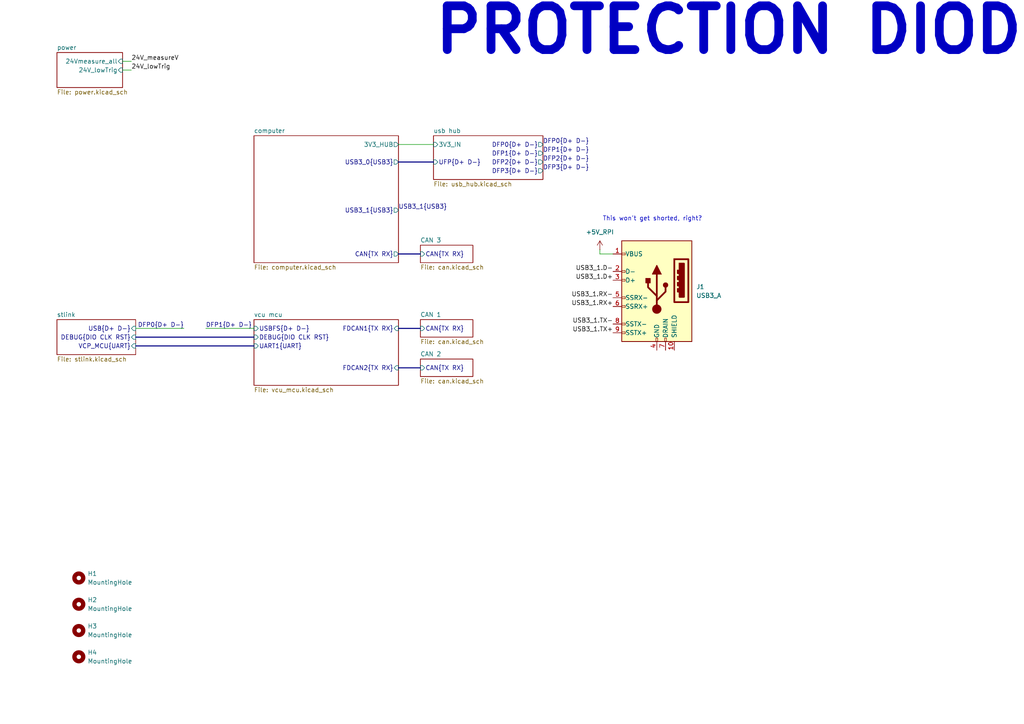
<source format=kicad_sch>
(kicad_sch (version 20250114) (generator "eeschema") (generator_version "9.0")
  (paper "A4")
  (title_block (title "VCU") (date "2025-06-29") (rev "4.0") (company "NTURacing") (comment 1 "Jerrymk, 郭哲明 Jack Kuo, ML Tsou") (comment 2 "Electrical group"))
  (lib_symbols
    (symbol "Connector:USB3_A" (pin_names (offset 1.016))
      (property "Reference" "J" (at -10.16 15.24 0))
      (property "Value" "USB3_A" (at 10.16 15.24 0))
      (symbol "USB3_A_0_0"
        (rectangle (start -9.144 8.636) (end -5.08 -3.81) (stroke (width 0.508)))
        (rectangle (start -7.874 7.366) (end -6.604 -2.286) (stroke (width 0.508)) (fill (type outline)))
        (rectangle (start -6.35 5.334) (end -6.096 4.572) (stroke (width 0.508)))
        (rectangle (start -6.35 3.556) (end -6.096 2.794) (stroke (width 0.508)))
        (rectangle (start -6.35 1.778) (end -6.096 1.016) (stroke (width 0.508)))
        (rectangle (start -6.35 0) (end -6.096 -0.762) (stroke (width 0.508)))
        (rectangle (start -2.794 -15.24) (end -2.286 -14.224))
        (rectangle (start -0.254 -15.24) (end 0.254 -14.224))
        (rectangle (start 10.16 10.414) (end 9.144 9.906))
        (rectangle (start 10.16 5.334) (end 9.144 4.826))
        (rectangle (start 10.16 2.794) (end 9.144 2.286))
        (rectangle (start 10.16 -2.286) (end 9.144 -2.794))
        (rectangle (start 10.16 -4.826) (end 9.144 -5.334))
        (rectangle (start 10.16 -9.906) (end 9.144 -10.414))
        (rectangle (start 10.16 -12.446) (end 9.144 -12.954))
      )
      (symbol "USB3_A_0_1"
        (rectangle (start -10.16 13.97) (end 10.16 -15.24) (stroke (width 0.254)) (fill (type background)))
      )
      (symbol "USB3_A_1_1"
        (circle (center -2.54 1.143) (radius 0.635) (stroke (width 0.254)) (fill (type outline)))
        (polyline (pts (xy -1.27 4.318) (xy 0 6.858) (xy 1.27 4.318) (xy -1.27 4.318)) (stroke (width 0.254)) (fill (type outline)))
        (polyline (pts (xy 0 -2.032) (xy 2.54 0.508) (xy 2.54 1.778)) (stroke (width 0.508)))
        (polyline (pts (xy 0 -3.302) (xy -2.54 -0.762) (xy -2.54 0.508)) (stroke (width 0.508)))
        (polyline (pts (xy 0 -5.842) (xy 0 4.318)) (stroke (width 0.508)))
        (circle (center 0 -5.842) (radius 1.27) (fill (type outline)))
        (rectangle (start 1.905 1.778) (end 3.175 3.048) (stroke (width 0.254)) (fill (type outline)))
        (pin passive line (at -5.08 -17.78 90) (length 2.54) (name "SHIELD") (number "10"))
        (pin passive line (at -2.54 -17.78 90) (length 2.54) (name "DRAIN") (number "7"))
        (pin power_in line (at 0 -17.78 90) (length 2.54) (name "GND") (number "4"))
        (pin power_in line (at 12.7 10.16 180) (length 2.54) (name "VBUS") (number "1"))
        (pin bidirectional line (at 12.7 5.08 180) (length 2.54) (name "D-") (number "2"))
        (pin bidirectional line (at 12.7 2.54 180) (length 2.54) (name "D+") (number "3"))
        (pin output line (at 12.7 -2.54 180) (length 2.54) (name "SSRX-") (number "5"))
        (pin output line (at 12.7 -5.08 180) (length 2.54) (name "SSRX+") (number "6"))
        (pin input line (at 12.7 -10.16 180) (length 2.54) (name "SSTX-") (number "8"))
        (pin input line (at 12.7 -12.7 180) (length 2.54) (name "SSTX+") (number "9"))
      )
    )
    (symbol "Mechanical:MountingHole" (pin_names (offset 1.016)) (exclude_from_sim yes) (in_bom no)
      (property "Reference" "H" (at 0 5.08 0))
      (property "Value" "MountingHole" (at 0 3.175 0))
      (symbol "MountingHole_0_1"
        (circle (center 0 0) (radius 1.27) (stroke (width 1.27)))
      )
    )
    (symbol "power:+5V" (power) (pin_numbers (hide yes)) (pin_names (offset 0) (hide yes))
      (property "Value" "+5V" (at 0 3.556 0))
      (symbol "+5V_0_1"
        (polyline (pts (xy -0.762 1.27) (xy 0 2.54)))
        (polyline (pts (xy 0 2.54) (xy 0.762 1.27)))
        (polyline (pts (xy 0 0) (xy 0 2.54)))
      )
      (symbol "+5V_1_1"
        (pin power_in line (at 0 0 90) (length 0) (name "~") (number "1"))
      )
    )
  )
  (text "PROTECTION DIODES?" (at 228.6 8.89 0) (effects (font (size 12.7 12.7) (thickness 2.54) (bold yes))))
  (text "This won't get shorted, right?" (at 189.23 63.5 0) (effects (font (size 1.27 1.27))))
  (wire (pts (xy 115.57 41.91) (xy 125.73 41.91)))
  (bus (pts (xy 115.57 46.99) (xy 125.73 46.99)))
  (bus (pts (xy 39.37 97.79) (xy 73.66 97.79)))
  (wire (pts (xy 59.69 95.25) (xy 73.66 95.25)))
  (bus (pts (xy 115.57 95.25) (xy 121.92 95.25)))
  (wire (pts (xy 53.34 95.25) (xy 39.37 95.25)))
  (wire (pts (xy 35.56 17.78) (xy 38.1 17.78)))
  (wire (pts (xy 38.1 20.32) (xy 35.56 20.32)))
  (wire (pts (xy 173.99 73.66) (xy 177.8 73.66)))
  (bus (pts (xy 115.57 73.66) (xy 121.92 73.66)))
  (wire (pts (xy 173.99 72.39) (xy 173.99 73.66)))
  (bus (pts (xy 39.37 100.33) (xy 73.66 100.33)))
  (bus (pts (xy 115.57 106.68) (xy 121.92 106.68)))
  (label "DFP3{D+ D-}" (at 157.48 49.53 0))
  (label "USB3_1.TX-" (at 177.8 93.98 180))
  (label "USB3_1.TX+" (at 177.8 96.52 180))
  (label "USB3_1.D+" (at 177.8 81.28 180))
  (label "USB3_1.RX-" (at 177.8 86.36 180))
  (label "DFP1{D+ D-}" (at 59.69 95.25 0))
  (label "DFP0{D+ D-}" (at 157.48 41.91 0))
  (label "DFP1{D+ D-}" (at 157.48 44.45 0))
  (label "DFP0{D+ D-}" (at 53.34 95.25 180))
  (label "24V_lowTrig" (at 38.1 20.32 0))
  (label "DFP2{D+ D-}" (at 157.48 46.99 0))
  (label "USB3_1.D-" (at 177.8 78.74 180))
  (label "USB3_1.RX+" (at 177.8 88.9 180))
  (label "24V_measureV" (at 38.1 17.78 0))
  (label "USB3_1{USB3}" (at 115.57 60.96 0))
  (symbol (lib_id "Mechanical:MountingHole") (at 22.86 190.5 0) (unit 1)
    (property "Reference" "H4" (at 25.4 189.23 0) (effects (justify left)))
    (property "Value" "MountingHole" (at 25.4 191.77 0) (effects (justify left)))
    (property "Footprint" "MountingHole:MountingHole_3.2mm_M3" (effects (hide yes)))
    (property "Description" "Mounting Hole without connection" (effects (hide yes)))
  )
  (symbol (lib_id "Mechanical:MountingHole") (at 22.86 175.26 0) (unit 1)
    (property "Reference" "H2" (at 25.4 173.99 0) (effects (justify left)))
    (property "Value" "MountingHole" (at 25.4 176.53 0) (effects (justify left)))
    (property "Footprint" "MountingHole:MountingHole_3.2mm_M3" (effects (hide yes)))
    (property "Description" "Mounting Hole without connection" (effects (hide yes)))
  )
  (symbol (lib_id "Connector:USB3_A") (at 190.5 83.82 0) (mirror y) (unit 1)
    (property "Reference" "J1" (at 201.93 83.1849 0) (effects (justify right)))
    (property "Value" "USB3_A" (at 201.93 85.7249 0) (effects (justify right)))
    (property "Footprint" "Connector_USB:USB3_A_Molex_48393-001" (effects (hide yes)))
    (property "Description" "USB 3.0 A connector" (effects (hide yes)))
  )
  (symbol (lib_id "Mechanical:MountingHole") (at 22.86 182.88 0) (unit 1)
    (property "Reference" "H3" (at 25.4 181.61 0) (effects (justify left)))
    (property "Value" "MountingHole" (at 25.4 184.15 0) (effects (justify left)))
    (property "Footprint" "MountingHole:MountingHole_3.2mm_M3" (effects (hide yes)))
    (property "Description" "Mounting Hole without connection" (effects (hide yes)))
  )
  (symbol (lib_id "Mechanical:MountingHole") (at 22.86 167.64 0) (unit 1)
    (property "Reference" "H1" (at 25.4 166.37 0) (effects (justify left)))
    (property "Value" "MountingHole" (at 25.4 168.91 0) (effects (justify left)))
    (property "Footprint" "MountingHole:MountingHole_3.2mm_M3" (effects (hide yes)))
    (property "Description" "Mounting Hole without connection" (effects (hide yes)))
  )
  (symbol (lib_id "power:+5V") (at 173.99 72.39 0) (mirror y) (unit 1)
    (property "Reference" "#PWR01" (effects (hide yes)))
    (property "Value" "+5V_RPI" (at 173.99 67.31 0))
    (property "Description" "Power symbol creates a global label with name \"+5V\"" (effects (hide yes)))
  )
  (sheet (at 73.66 39.37) (size 41.91 36.83) (stroke (width 0.1524))
    (property "Sheetname" "computer" (at 73.66 38.6584 0) (effects (justify left bottom)))
    (property "Sheetfile" "computer.kicad_sch" (at 73.66 76.7846 0) (effects (justify left top)))
    (pin "3V3_HUB" output (at 115.57 41.91 0))
    (pin "USB3_0{USB3}" output (at 115.57 46.99 0))
    (pin "USB3_1{USB3}" output (at 115.57 60.96 0))
    (pin "CAN{TX RX}" output (at 115.57 73.66 0))
  )
  (sheet (at 121.92 104.14) (size 15.24 5.08) (stroke (width 0.1524))
    (property "Sheetname" "CAN 2" (at 121.92 103.4284 0) (effects (justify left bottom)))
    (property "Sheetfile" "can.kicad_sch" (at 121.92 109.8046 0) (effects (justify left top)))
    (pin "CAN{TX RX}" input (at 121.92 106.68 180))
  )
  (sheet (at 73.66 92.71) (size 41.91 19.05) (stroke (width 0.1524))
    (property "Sheetname" "vcu mcu" (at 73.66 91.9984 0) (effects (justify left bottom)))
    (property "Sheetfile" "vcu_mcu.kicad_sch" (at 73.66 112.3446 0) (effects (justify left top)))
    (pin "DEBUG{DIO CLK RST}" input (at 73.66 97.79 180))
    (pin "UART1{UART}" input (at 73.66 100.33 180))
    (pin "USBFS{D+ D-}" input (at 73.66 95.25 180))
    (pin "FDCAN1{TX RX}" input (at 115.57 95.25 0))
    (pin "FDCAN2{TX RX}" input (at 115.57 106.68 0))
  )
  (sheet (at 16.51 15.24) (size 19.05 10.16) (stroke (width 0.1524))
    (property "Sheetname" "power" (at 16.51 14.5284 0) (effects (justify left bottom)))
    (property "Sheetfile" "power.kicad_sch" (at 16.51 25.9846 0) (effects (justify left top)))
    (pin "24Vmeasure_all" input (at 35.56 17.78 0))
    (pin "24V_lowTrig" input (at 35.56 20.32 0))
  )
  (sheet (at 16.51 92.71) (size 22.86 10.16) (stroke (width 0.1524))
    (property "Sheetname" "stlink" (at 16.51 91.9984 0) (effects (justify left bottom)))
    (property "Sheetfile" "stlink.kicad_sch" (at 16.51 103.4546 0) (effects (justify left top)))
    (pin "USB{D+ D-}" input (at 39.37 95.25 0))
    (pin "DEBUG{DIO CLK RST}" input (at 39.37 97.79 0))
    (pin "VCP_MCU{UART}" input (at 39.37 100.33 0))
  )
  (sheet (at 125.73 39.37) (size 31.75 12.7) (stroke (width 0.1524))
    (property "Sheetname" "usb hub" (at 125.73 38.6584 0) (effects (justify left bottom)))
    (property "Sheetfile" "usb_hub.kicad_sch" (at 125.73 52.6546 0) (effects (justify left top)))
    (pin "3V3_IN" input (at 125.73 41.91 180))
    (pin "DFP0{D+ D-}" output (at 157.48 41.91 0))
    (pin "DFP1{D+ D-}" output (at 157.48 44.45 0))
    (pin "DFP2{D+ D-}" output (at 157.48 46.99 0))
    (pin "DFP3{D+ D-}" output (at 157.48 49.53 0))
    (pin "UFP{D+ D-}" input (at 125.73 46.99 180))
  )
  (sheet (at 121.92 71.12) (size 15.24 5.08) (stroke (width 0.1524))
    (property "Sheetname" "CAN 3" (at 121.92 70.4084 0) (effects (justify left bottom)))
    (property "Sheetfile" "can.kicad_sch" (at 121.92 76.7846 0) (effects (justify left top)))
    (pin "CAN{TX RX}" input (at 121.92 73.66 180))
  )
  (sheet (at 121.92 92.71) (size 15.24 5.08) (stroke (width 0.1524))
    (property "Sheetname" "CAN 1" (at 121.92 91.9984 0) (effects (justify left bottom)))
    (property "Sheetfile" "can.kicad_sch" (at 121.92 98.3746 0) (effects (justify left top)))
    (pin "CAN{TX RX}" input (at 121.92 95.25 180))
  )
)
</source>
